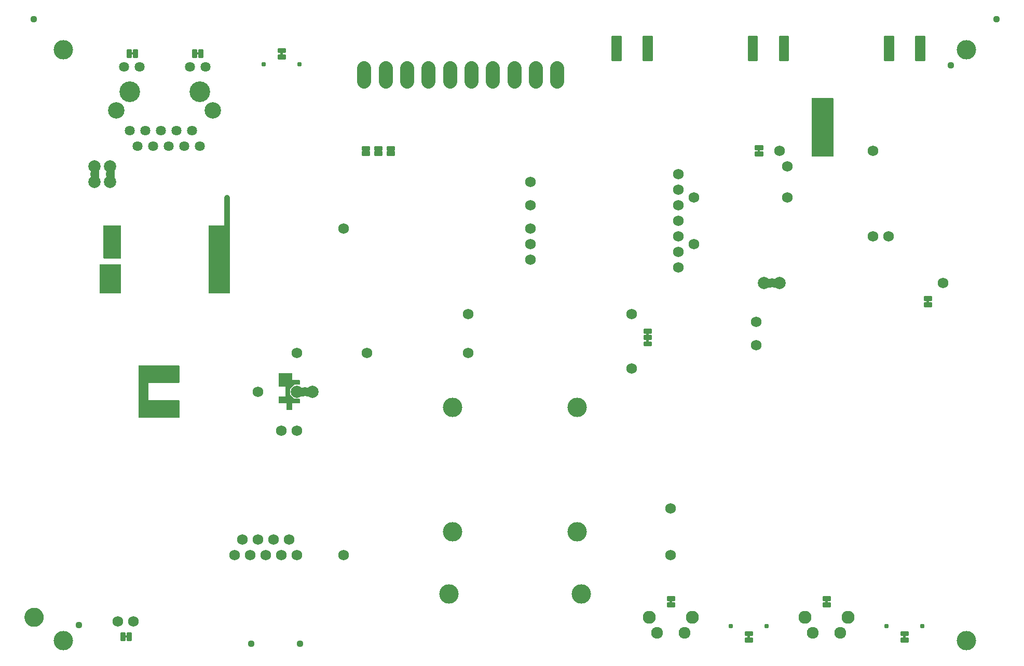
<source format=gbs>
G04 EAGLE Gerber RS-274X export*
G75*
%MOMM*%
%FSLAX34Y34*%
%LPD*%
%INSoldermask Bottom*%
%IPPOS*%
%AMOC8*
5,1,8,0,0,1.08239X$1,22.5*%
G01*
%ADD10C,0.965200*%
%ADD11C,1.127000*%
%ADD12C,3.175000*%
%ADD13C,0.777000*%
%ADD14C,0.228344*%
%ADD15C,1.727000*%
%ADD16C,0.227778*%
%ADD17C,3.377000*%
%ADD18C,2.677000*%
%ADD19C,1.627000*%
%ADD20C,0.228600*%
%ADD21C,2.006600*%
%ADD22C,1.927000*%
%ADD23C,2.127000*%
%ADD24C,2.327000*%
%ADD25C,1.270000*%

G36*
X210243Y388883D02*
X210243Y388883D01*
X210301Y388881D01*
X210383Y388903D01*
X210467Y388915D01*
X210520Y388939D01*
X210576Y388953D01*
X210649Y388996D01*
X210726Y389031D01*
X210771Y389069D01*
X210821Y389099D01*
X210879Y389160D01*
X210943Y389215D01*
X210975Y389263D01*
X211015Y389306D01*
X211054Y389381D01*
X211101Y389451D01*
X211118Y389507D01*
X211145Y389559D01*
X211156Y389627D01*
X211186Y389722D01*
X211189Y389822D01*
X211200Y389890D01*
X211200Y416560D01*
X211192Y416618D01*
X211194Y416676D01*
X211172Y416758D01*
X211160Y416842D01*
X211137Y416895D01*
X211122Y416951D01*
X211079Y417024D01*
X211044Y417101D01*
X211006Y417146D01*
X210977Y417196D01*
X210915Y417254D01*
X210861Y417318D01*
X210812Y417350D01*
X210769Y417390D01*
X210694Y417429D01*
X210624Y417476D01*
X210568Y417493D01*
X210516Y417520D01*
X210448Y417531D01*
X210353Y417561D01*
X210253Y417564D01*
X210185Y417575D01*
X160400Y417575D01*
X160400Y446025D01*
X210185Y446025D01*
X210243Y446033D01*
X210301Y446031D01*
X210383Y446053D01*
X210467Y446065D01*
X210520Y446089D01*
X210576Y446103D01*
X210649Y446146D01*
X210726Y446181D01*
X210771Y446219D01*
X210821Y446249D01*
X210879Y446310D01*
X210943Y446365D01*
X210975Y446413D01*
X211015Y446456D01*
X211054Y446531D01*
X211101Y446601D01*
X211118Y446657D01*
X211145Y446709D01*
X211156Y446777D01*
X211186Y446872D01*
X211189Y446972D01*
X211200Y447040D01*
X211200Y473710D01*
X211192Y473768D01*
X211194Y473826D01*
X211172Y473908D01*
X211160Y473992D01*
X211137Y474045D01*
X211122Y474101D01*
X211079Y474174D01*
X211044Y474251D01*
X211006Y474296D01*
X210977Y474346D01*
X210915Y474404D01*
X210861Y474468D01*
X210812Y474500D01*
X210769Y474540D01*
X210694Y474579D01*
X210624Y474626D01*
X210568Y474643D01*
X210516Y474670D01*
X210448Y474681D01*
X210353Y474711D01*
X210253Y474714D01*
X210185Y474725D01*
X145415Y474725D01*
X145357Y474717D01*
X145299Y474719D01*
X145217Y474697D01*
X145134Y474685D01*
X145080Y474662D01*
X145024Y474647D01*
X144951Y474604D01*
X144874Y474569D01*
X144829Y474531D01*
X144779Y474502D01*
X144721Y474440D01*
X144657Y474386D01*
X144625Y474337D01*
X144585Y474294D01*
X144546Y474219D01*
X144500Y474149D01*
X144482Y474093D01*
X144455Y474041D01*
X144444Y473973D01*
X144414Y473878D01*
X144411Y473778D01*
X144400Y473710D01*
X144400Y389890D01*
X144408Y389832D01*
X144406Y389774D01*
X144428Y389692D01*
X144440Y389609D01*
X144464Y389555D01*
X144478Y389499D01*
X144521Y389426D01*
X144556Y389349D01*
X144594Y389304D01*
X144624Y389254D01*
X144685Y389196D01*
X144740Y389132D01*
X144788Y389100D01*
X144831Y389060D01*
X144906Y389021D01*
X144976Y388975D01*
X145032Y388957D01*
X145084Y388930D01*
X145152Y388919D01*
X145247Y388889D01*
X145347Y388886D01*
X145415Y388875D01*
X210185Y388875D01*
X210243Y388883D01*
G37*
G36*
X292793Y592083D02*
X292793Y592083D01*
X292851Y592081D01*
X292933Y592103D01*
X293017Y592115D01*
X293070Y592139D01*
X293126Y592153D01*
X293199Y592196D01*
X293276Y592231D01*
X293321Y592269D01*
X293371Y592299D01*
X293429Y592360D01*
X293493Y592415D01*
X293525Y592463D01*
X293565Y592506D01*
X293604Y592581D01*
X293651Y592651D01*
X293668Y592707D01*
X293695Y592759D01*
X293706Y592827D01*
X293736Y592922D01*
X293739Y593022D01*
X293750Y593090D01*
X293750Y702310D01*
X293742Y702368D01*
X293744Y702426D01*
X293722Y702508D01*
X293710Y702592D01*
X293687Y702645D01*
X293672Y702701D01*
X293629Y702774D01*
X293594Y702851D01*
X293556Y702896D01*
X293527Y702946D01*
X293465Y703004D01*
X293411Y703068D01*
X293362Y703100D01*
X293319Y703140D01*
X293244Y703179D01*
X293174Y703226D01*
X293118Y703243D01*
X293066Y703270D01*
X292998Y703281D01*
X292903Y703311D01*
X292803Y703314D01*
X292735Y703325D01*
X259715Y703325D01*
X259657Y703317D01*
X259599Y703319D01*
X259517Y703297D01*
X259434Y703285D01*
X259380Y703262D01*
X259324Y703247D01*
X259251Y703204D01*
X259174Y703169D01*
X259129Y703131D01*
X259079Y703102D01*
X259021Y703040D01*
X258957Y702986D01*
X258925Y702937D01*
X258885Y702894D01*
X258846Y702819D01*
X258800Y702749D01*
X258782Y702693D01*
X258755Y702641D01*
X258744Y702573D01*
X258714Y702478D01*
X258711Y702378D01*
X258700Y702310D01*
X258700Y593090D01*
X258708Y593032D01*
X258706Y592974D01*
X258728Y592892D01*
X258740Y592809D01*
X258764Y592755D01*
X258778Y592699D01*
X258821Y592626D01*
X258856Y592549D01*
X258894Y592504D01*
X258924Y592454D01*
X258985Y592396D01*
X259040Y592332D01*
X259088Y592300D01*
X259131Y592260D01*
X259206Y592221D01*
X259276Y592175D01*
X259332Y592157D01*
X259384Y592130D01*
X259452Y592119D01*
X259547Y592089D01*
X259647Y592086D01*
X259715Y592075D01*
X292735Y592075D01*
X292793Y592083D01*
G37*
G36*
X1277043Y815603D02*
X1277043Y815603D01*
X1277101Y815601D01*
X1277183Y815623D01*
X1277267Y815635D01*
X1277320Y815659D01*
X1277376Y815673D01*
X1277449Y815716D01*
X1277526Y815751D01*
X1277571Y815789D01*
X1277621Y815819D01*
X1277679Y815880D01*
X1277743Y815935D01*
X1277775Y815983D01*
X1277815Y816026D01*
X1277854Y816101D01*
X1277901Y816171D01*
X1277918Y816227D01*
X1277945Y816279D01*
X1277956Y816347D01*
X1277986Y816442D01*
X1277989Y816542D01*
X1278000Y816610D01*
X1278000Y910590D01*
X1277992Y910648D01*
X1277994Y910706D01*
X1277972Y910788D01*
X1277960Y910872D01*
X1277937Y910925D01*
X1277922Y910981D01*
X1277879Y911054D01*
X1277844Y911131D01*
X1277806Y911176D01*
X1277777Y911226D01*
X1277715Y911284D01*
X1277661Y911348D01*
X1277612Y911380D01*
X1277569Y911420D01*
X1277494Y911459D01*
X1277424Y911506D01*
X1277368Y911523D01*
X1277316Y911550D01*
X1277248Y911561D01*
X1277153Y911591D01*
X1277053Y911594D01*
X1276985Y911605D01*
X1243965Y911605D01*
X1243907Y911597D01*
X1243849Y911599D01*
X1243767Y911577D01*
X1243684Y911565D01*
X1243630Y911542D01*
X1243574Y911527D01*
X1243501Y911484D01*
X1243424Y911449D01*
X1243379Y911411D01*
X1243329Y911382D01*
X1243271Y911320D01*
X1243207Y911266D01*
X1243175Y911217D01*
X1243135Y911174D01*
X1243096Y911099D01*
X1243050Y911029D01*
X1243032Y910973D01*
X1243005Y910921D01*
X1242994Y910853D01*
X1242964Y910758D01*
X1242961Y910658D01*
X1242950Y910590D01*
X1242950Y816610D01*
X1242958Y816552D01*
X1242956Y816494D01*
X1242978Y816412D01*
X1242990Y816329D01*
X1243014Y816275D01*
X1243028Y816219D01*
X1243071Y816146D01*
X1243106Y816069D01*
X1243144Y816024D01*
X1243174Y815974D01*
X1243235Y815916D01*
X1243290Y815852D01*
X1243338Y815820D01*
X1243381Y815780D01*
X1243456Y815741D01*
X1243526Y815695D01*
X1243582Y815677D01*
X1243634Y815650D01*
X1243702Y815639D01*
X1243797Y815609D01*
X1243897Y815606D01*
X1243965Y815595D01*
X1276985Y815595D01*
X1277043Y815603D01*
G37*
G36*
X114993Y592083D02*
X114993Y592083D01*
X115051Y592081D01*
X115133Y592103D01*
X115217Y592115D01*
X115270Y592139D01*
X115326Y592153D01*
X115399Y592196D01*
X115476Y592231D01*
X115521Y592269D01*
X115571Y592299D01*
X115629Y592360D01*
X115693Y592415D01*
X115725Y592463D01*
X115765Y592506D01*
X115804Y592581D01*
X115851Y592651D01*
X115868Y592707D01*
X115895Y592759D01*
X115906Y592827D01*
X115936Y592922D01*
X115939Y593022D01*
X115950Y593090D01*
X115950Y638810D01*
X115943Y638863D01*
X115944Y638893D01*
X115943Y638896D01*
X115944Y638926D01*
X115922Y639008D01*
X115910Y639092D01*
X115887Y639145D01*
X115872Y639201D01*
X115829Y639274D01*
X115794Y639351D01*
X115756Y639396D01*
X115727Y639446D01*
X115665Y639504D01*
X115611Y639568D01*
X115562Y639600D01*
X115519Y639640D01*
X115444Y639679D01*
X115374Y639726D01*
X115318Y639743D01*
X115266Y639770D01*
X115198Y639781D01*
X115103Y639811D01*
X115003Y639814D01*
X114935Y639825D01*
X81915Y639825D01*
X81857Y639817D01*
X81799Y639819D01*
X81717Y639797D01*
X81634Y639785D01*
X81580Y639762D01*
X81524Y639747D01*
X81451Y639704D01*
X81374Y639669D01*
X81329Y639631D01*
X81279Y639602D01*
X81221Y639540D01*
X81157Y639486D01*
X81125Y639437D01*
X81085Y639394D01*
X81046Y639319D01*
X81000Y639249D01*
X80982Y639193D01*
X80955Y639141D01*
X80944Y639073D01*
X80914Y638978D01*
X80911Y638878D01*
X80900Y638810D01*
X80900Y593090D01*
X80908Y593032D01*
X80906Y592974D01*
X80928Y592892D01*
X80940Y592809D01*
X80964Y592755D01*
X80978Y592699D01*
X81021Y592626D01*
X81056Y592549D01*
X81094Y592504D01*
X81124Y592454D01*
X81185Y592396D01*
X81240Y592332D01*
X81288Y592300D01*
X81331Y592260D01*
X81406Y592221D01*
X81476Y592175D01*
X81532Y592157D01*
X81584Y592130D01*
X81652Y592119D01*
X81747Y592089D01*
X81847Y592086D01*
X81915Y592075D01*
X114935Y592075D01*
X114993Y592083D01*
G37*
G36*
X114993Y649233D02*
X114993Y649233D01*
X115051Y649231D01*
X115133Y649253D01*
X115217Y649265D01*
X115270Y649289D01*
X115326Y649303D01*
X115399Y649346D01*
X115476Y649381D01*
X115521Y649419D01*
X115571Y649449D01*
X115629Y649510D01*
X115693Y649565D01*
X115725Y649613D01*
X115765Y649656D01*
X115804Y649731D01*
X115851Y649801D01*
X115868Y649857D01*
X115895Y649909D01*
X115906Y649977D01*
X115936Y650072D01*
X115939Y650172D01*
X115950Y650240D01*
X115950Y702310D01*
X115942Y702368D01*
X115944Y702426D01*
X115922Y702508D01*
X115910Y702592D01*
X115887Y702645D01*
X115872Y702701D01*
X115829Y702774D01*
X115794Y702851D01*
X115756Y702896D01*
X115727Y702946D01*
X115665Y703004D01*
X115611Y703068D01*
X115562Y703100D01*
X115519Y703140D01*
X115444Y703179D01*
X115374Y703226D01*
X115318Y703243D01*
X115266Y703270D01*
X115198Y703281D01*
X115103Y703311D01*
X115003Y703314D01*
X114935Y703325D01*
X88265Y703325D01*
X88207Y703317D01*
X88149Y703319D01*
X88067Y703297D01*
X87984Y703285D01*
X87930Y703262D01*
X87874Y703247D01*
X87801Y703204D01*
X87724Y703169D01*
X87679Y703131D01*
X87629Y703102D01*
X87571Y703040D01*
X87507Y702986D01*
X87475Y702937D01*
X87435Y702894D01*
X87396Y702819D01*
X87350Y702749D01*
X87332Y702693D01*
X87305Y702641D01*
X87294Y702573D01*
X87264Y702478D01*
X87261Y702378D01*
X87250Y702310D01*
X87250Y650240D01*
X87258Y650182D01*
X87256Y650124D01*
X87278Y650042D01*
X87290Y649959D01*
X87314Y649905D01*
X87328Y649849D01*
X87371Y649776D01*
X87406Y649699D01*
X87444Y649654D01*
X87474Y649604D01*
X87535Y649546D01*
X87590Y649482D01*
X87638Y649450D01*
X87681Y649410D01*
X87756Y649371D01*
X87826Y649325D01*
X87882Y649307D01*
X87934Y649280D01*
X88002Y649269D01*
X88097Y649239D01*
X88197Y649236D01*
X88265Y649225D01*
X114935Y649225D01*
X114993Y649233D01*
G37*
G36*
X394393Y401583D02*
X394393Y401583D01*
X394451Y401581D01*
X394533Y401603D01*
X394617Y401615D01*
X394670Y401639D01*
X394726Y401653D01*
X394799Y401696D01*
X394876Y401731D01*
X394921Y401769D01*
X394971Y401799D01*
X395029Y401860D01*
X395093Y401915D01*
X395125Y401963D01*
X395165Y402006D01*
X395204Y402081D01*
X395251Y402151D01*
X395268Y402207D01*
X395295Y402259D01*
X395306Y402327D01*
X395336Y402422D01*
X395339Y402522D01*
X395350Y402590D01*
X395350Y413005D01*
X407035Y413005D01*
X407093Y413013D01*
X407151Y413011D01*
X407233Y413033D01*
X407317Y413045D01*
X407370Y413069D01*
X407426Y413083D01*
X407499Y413126D01*
X407576Y413161D01*
X407621Y413199D01*
X407671Y413229D01*
X407729Y413290D01*
X407793Y413345D01*
X407825Y413393D01*
X407865Y413436D01*
X407904Y413511D01*
X407951Y413581D01*
X407968Y413637D01*
X407995Y413689D01*
X408006Y413757D01*
X408036Y413852D01*
X408039Y413952D01*
X408050Y414020D01*
X408050Y419100D01*
X408042Y419158D01*
X408044Y419216D01*
X408022Y419298D01*
X408010Y419382D01*
X407987Y419435D01*
X407972Y419491D01*
X407929Y419564D01*
X407894Y419641D01*
X407856Y419686D01*
X407827Y419736D01*
X407765Y419794D01*
X407711Y419858D01*
X407662Y419890D01*
X407619Y419930D01*
X407544Y419969D01*
X407474Y420016D01*
X407418Y420033D01*
X407366Y420060D01*
X407298Y420071D01*
X407203Y420101D01*
X407103Y420104D01*
X407035Y420115D01*
X398566Y420115D01*
X391540Y427141D01*
X391540Y436460D01*
X398566Y443485D01*
X407035Y443485D01*
X407093Y443493D01*
X407151Y443491D01*
X407233Y443513D01*
X407317Y443525D01*
X407370Y443549D01*
X407426Y443563D01*
X407499Y443606D01*
X407576Y443641D01*
X407621Y443679D01*
X407671Y443709D01*
X407729Y443770D01*
X407793Y443825D01*
X407825Y443873D01*
X407865Y443916D01*
X407904Y443991D01*
X407951Y444061D01*
X407968Y444117D01*
X407995Y444169D01*
X408006Y444237D01*
X408036Y444332D01*
X408039Y444432D01*
X408050Y444500D01*
X408050Y449580D01*
X408042Y449638D01*
X408044Y449696D01*
X408022Y449778D01*
X408010Y449862D01*
X407987Y449915D01*
X407972Y449971D01*
X407929Y450044D01*
X407894Y450121D01*
X407856Y450166D01*
X407827Y450216D01*
X407765Y450274D01*
X407711Y450338D01*
X407662Y450370D01*
X407619Y450410D01*
X407544Y450449D01*
X407474Y450496D01*
X407418Y450513D01*
X407366Y450540D01*
X407298Y450551D01*
X407203Y450581D01*
X407103Y450584D01*
X407035Y450595D01*
X395350Y450595D01*
X395350Y461010D01*
X395342Y461068D01*
X395344Y461126D01*
X395322Y461208D01*
X395310Y461292D01*
X395287Y461345D01*
X395272Y461401D01*
X395229Y461474D01*
X395194Y461551D01*
X395156Y461596D01*
X395127Y461646D01*
X395065Y461704D01*
X395011Y461768D01*
X394962Y461800D01*
X394919Y461840D01*
X394844Y461879D01*
X394774Y461926D01*
X394718Y461943D01*
X394666Y461970D01*
X394598Y461981D01*
X394503Y462011D01*
X394403Y462014D01*
X394335Y462025D01*
X374015Y462025D01*
X373957Y462017D01*
X373899Y462019D01*
X373817Y461997D01*
X373734Y461985D01*
X373680Y461962D01*
X373624Y461947D01*
X373551Y461904D01*
X373474Y461869D01*
X373429Y461831D01*
X373379Y461802D01*
X373321Y461740D01*
X373257Y461686D01*
X373225Y461637D01*
X373185Y461594D01*
X373146Y461519D01*
X373100Y461449D01*
X373082Y461393D01*
X373055Y461341D01*
X373044Y461273D01*
X373014Y461178D01*
X373011Y461078D01*
X373000Y461010D01*
X373000Y440690D01*
X373008Y440632D01*
X373006Y440574D01*
X373028Y440492D01*
X373040Y440409D01*
X373064Y440355D01*
X373078Y440299D01*
X373121Y440226D01*
X373156Y440149D01*
X373194Y440104D01*
X373224Y440054D01*
X373285Y439996D01*
X373340Y439932D01*
X373388Y439900D01*
X373431Y439860D01*
X373506Y439821D01*
X373576Y439775D01*
X373632Y439757D01*
X373684Y439730D01*
X373752Y439719D01*
X373847Y439689D01*
X373947Y439686D01*
X374015Y439675D01*
X384430Y439675D01*
X384430Y423925D01*
X374015Y423925D01*
X373957Y423917D01*
X373899Y423919D01*
X373817Y423897D01*
X373734Y423885D01*
X373680Y423862D01*
X373624Y423847D01*
X373551Y423804D01*
X373474Y423769D01*
X373429Y423731D01*
X373379Y423702D01*
X373321Y423640D01*
X373257Y423586D01*
X373225Y423537D01*
X373185Y423494D01*
X373146Y423419D01*
X373100Y423349D01*
X373082Y423293D01*
X373055Y423241D01*
X373044Y423173D01*
X373014Y423078D01*
X373011Y422978D01*
X373000Y422910D01*
X373000Y414020D01*
X373008Y413962D01*
X373006Y413904D01*
X373028Y413822D01*
X373040Y413739D01*
X373064Y413685D01*
X373078Y413629D01*
X373121Y413556D01*
X373156Y413479D01*
X373194Y413434D01*
X373224Y413384D01*
X373285Y413326D01*
X373340Y413262D01*
X373388Y413230D01*
X373431Y413190D01*
X373506Y413151D01*
X373576Y413105D01*
X373632Y413087D01*
X373684Y413060D01*
X373752Y413049D01*
X373847Y413019D01*
X373947Y413016D01*
X374015Y413005D01*
X385700Y413005D01*
X385700Y402590D01*
X385708Y402532D01*
X385706Y402474D01*
X385728Y402392D01*
X385740Y402309D01*
X385764Y402255D01*
X385778Y402199D01*
X385821Y402126D01*
X385856Y402049D01*
X385894Y402004D01*
X385924Y401954D01*
X385985Y401896D01*
X386040Y401832D01*
X386088Y401800D01*
X386131Y401760D01*
X386206Y401721D01*
X386276Y401675D01*
X386332Y401657D01*
X386384Y401630D01*
X386452Y401619D01*
X386547Y401589D01*
X386647Y401586D01*
X386715Y401575D01*
X394335Y401575D01*
X394393Y401583D01*
G37*
G36*
X105094Y784872D02*
X105094Y784872D01*
X105160Y784874D01*
X105203Y784892D01*
X105250Y784900D01*
X105307Y784934D01*
X105367Y784959D01*
X105402Y784990D01*
X105443Y785015D01*
X105485Y785066D01*
X105533Y785110D01*
X105555Y785152D01*
X105584Y785189D01*
X105605Y785251D01*
X105636Y785310D01*
X105644Y785364D01*
X105656Y785401D01*
X105655Y785441D01*
X105663Y785495D01*
X105663Y789305D01*
X105652Y789370D01*
X105650Y789436D01*
X105632Y789479D01*
X105624Y789526D01*
X105590Y789583D01*
X105565Y789643D01*
X105534Y789678D01*
X105509Y789719D01*
X105458Y789761D01*
X105414Y789809D01*
X105372Y789831D01*
X105335Y789860D01*
X105273Y789881D01*
X105214Y789912D01*
X105160Y789920D01*
X105123Y789932D01*
X105083Y789931D01*
X105029Y789939D01*
X91821Y789939D01*
X91756Y789928D01*
X91690Y789926D01*
X91647Y789908D01*
X91600Y789900D01*
X91543Y789866D01*
X91483Y789841D01*
X91448Y789810D01*
X91407Y789785D01*
X91366Y789734D01*
X91317Y789690D01*
X91295Y789648D01*
X91266Y789611D01*
X91245Y789549D01*
X91214Y789490D01*
X91206Y789436D01*
X91194Y789399D01*
X91194Y789395D01*
X91194Y789394D01*
X91195Y789359D01*
X91187Y789305D01*
X91187Y785495D01*
X91198Y785430D01*
X91200Y785364D01*
X91218Y785321D01*
X91226Y785274D01*
X91260Y785217D01*
X91285Y785157D01*
X91316Y785122D01*
X91341Y785081D01*
X91392Y785040D01*
X91436Y784991D01*
X91478Y784969D01*
X91515Y784940D01*
X91577Y784919D01*
X91636Y784888D01*
X91690Y784880D01*
X91727Y784868D01*
X91767Y784869D01*
X91821Y784861D01*
X105029Y784861D01*
X105094Y784872D01*
G37*
G36*
X79694Y784872D02*
X79694Y784872D01*
X79760Y784874D01*
X79803Y784892D01*
X79850Y784900D01*
X79907Y784934D01*
X79967Y784959D01*
X80002Y784990D01*
X80043Y785015D01*
X80085Y785066D01*
X80133Y785110D01*
X80155Y785152D01*
X80184Y785189D01*
X80205Y785251D01*
X80236Y785310D01*
X80244Y785364D01*
X80256Y785401D01*
X80255Y785441D01*
X80263Y785495D01*
X80263Y789305D01*
X80252Y789370D01*
X80250Y789436D01*
X80232Y789479D01*
X80224Y789526D01*
X80190Y789583D01*
X80165Y789643D01*
X80134Y789678D01*
X80109Y789719D01*
X80058Y789761D01*
X80014Y789809D01*
X79972Y789831D01*
X79935Y789860D01*
X79873Y789881D01*
X79814Y789912D01*
X79760Y789920D01*
X79723Y789932D01*
X79683Y789931D01*
X79629Y789939D01*
X66421Y789939D01*
X66356Y789928D01*
X66290Y789926D01*
X66247Y789908D01*
X66200Y789900D01*
X66143Y789866D01*
X66083Y789841D01*
X66048Y789810D01*
X66007Y789785D01*
X65966Y789734D01*
X65917Y789690D01*
X65895Y789648D01*
X65866Y789611D01*
X65845Y789549D01*
X65814Y789490D01*
X65806Y789436D01*
X65794Y789399D01*
X65794Y789395D01*
X65794Y789394D01*
X65795Y789359D01*
X65787Y789305D01*
X65787Y785495D01*
X65798Y785430D01*
X65800Y785364D01*
X65818Y785321D01*
X65826Y785274D01*
X65860Y785217D01*
X65885Y785157D01*
X65916Y785122D01*
X65941Y785081D01*
X65992Y785040D01*
X66036Y784991D01*
X66078Y784969D01*
X66115Y784940D01*
X66177Y784919D01*
X66236Y784888D01*
X66290Y784880D01*
X66327Y784868D01*
X66367Y784869D01*
X66421Y784861D01*
X79629Y784861D01*
X79694Y784872D01*
G37*
G36*
X1179895Y602373D02*
X1179895Y602373D01*
X1179961Y602375D01*
X1180004Y602393D01*
X1180051Y602401D01*
X1180108Y602435D01*
X1180168Y602460D01*
X1180203Y602491D01*
X1180244Y602516D01*
X1180286Y602567D01*
X1180334Y602611D01*
X1180356Y602653D01*
X1180385Y602690D01*
X1180406Y602752D01*
X1180437Y602811D01*
X1180445Y602865D01*
X1180457Y602902D01*
X1180456Y602942D01*
X1180464Y602996D01*
X1180464Y616204D01*
X1180453Y616269D01*
X1180451Y616335D01*
X1180433Y616378D01*
X1180425Y616425D01*
X1180391Y616482D01*
X1180366Y616542D01*
X1180335Y616577D01*
X1180310Y616618D01*
X1180259Y616660D01*
X1180215Y616708D01*
X1180173Y616730D01*
X1180136Y616759D01*
X1180074Y616780D01*
X1180015Y616811D01*
X1179961Y616819D01*
X1179924Y616831D01*
X1179884Y616830D01*
X1179830Y616838D01*
X1176020Y616838D01*
X1175955Y616827D01*
X1175889Y616825D01*
X1175846Y616807D01*
X1175799Y616799D01*
X1175742Y616765D01*
X1175682Y616740D01*
X1175647Y616709D01*
X1175606Y616684D01*
X1175565Y616633D01*
X1175516Y616589D01*
X1175494Y616547D01*
X1175465Y616510D01*
X1175444Y616448D01*
X1175413Y616389D01*
X1175405Y616335D01*
X1175393Y616298D01*
X1175394Y616258D01*
X1175386Y616204D01*
X1175386Y602996D01*
X1175397Y602931D01*
X1175399Y602865D01*
X1175417Y602822D01*
X1175425Y602775D01*
X1175459Y602718D01*
X1175484Y602658D01*
X1175515Y602623D01*
X1175540Y602582D01*
X1175591Y602541D01*
X1175635Y602492D01*
X1175677Y602470D01*
X1175714Y602441D01*
X1175776Y602420D01*
X1175835Y602389D01*
X1175889Y602381D01*
X1175926Y602369D01*
X1175966Y602370D01*
X1176020Y602362D01*
X1179830Y602362D01*
X1179895Y602373D01*
G37*
G36*
X417895Y424573D02*
X417895Y424573D01*
X417961Y424575D01*
X418004Y424593D01*
X418051Y424601D01*
X418108Y424635D01*
X418168Y424660D01*
X418203Y424691D01*
X418244Y424716D01*
X418286Y424767D01*
X418334Y424811D01*
X418356Y424853D01*
X418385Y424890D01*
X418406Y424952D01*
X418437Y425011D01*
X418445Y425065D01*
X418457Y425102D01*
X418456Y425142D01*
X418464Y425196D01*
X418464Y438404D01*
X418453Y438469D01*
X418451Y438535D01*
X418433Y438578D01*
X418425Y438625D01*
X418391Y438682D01*
X418366Y438742D01*
X418335Y438777D01*
X418310Y438818D01*
X418259Y438860D01*
X418215Y438908D01*
X418173Y438930D01*
X418136Y438959D01*
X418074Y438980D01*
X418015Y439011D01*
X417961Y439019D01*
X417924Y439031D01*
X417884Y439030D01*
X417830Y439038D01*
X414020Y439038D01*
X413955Y439027D01*
X413889Y439025D01*
X413846Y439007D01*
X413799Y438999D01*
X413742Y438965D01*
X413682Y438940D01*
X413647Y438909D01*
X413606Y438884D01*
X413565Y438833D01*
X413516Y438789D01*
X413494Y438747D01*
X413465Y438710D01*
X413444Y438648D01*
X413413Y438589D01*
X413405Y438535D01*
X413393Y438498D01*
X413394Y438458D01*
X413386Y438404D01*
X413386Y425196D01*
X413397Y425131D01*
X413399Y425065D01*
X413417Y425022D01*
X413425Y424975D01*
X413459Y424918D01*
X413484Y424858D01*
X413515Y424823D01*
X413540Y424782D01*
X413591Y424741D01*
X413635Y424692D01*
X413677Y424670D01*
X413714Y424641D01*
X413776Y424620D01*
X413835Y424589D01*
X413889Y424581D01*
X413926Y424569D01*
X413966Y424570D01*
X414020Y424562D01*
X417830Y424562D01*
X417895Y424573D01*
G37*
G36*
X1268160Y86372D02*
X1268160Y86372D01*
X1268226Y86374D01*
X1268269Y86392D01*
X1268316Y86400D01*
X1268373Y86434D01*
X1268433Y86459D01*
X1268468Y86490D01*
X1268509Y86515D01*
X1268551Y86566D01*
X1268599Y86610D01*
X1268621Y86652D01*
X1268650Y86689D01*
X1268671Y86751D01*
X1268702Y86810D01*
X1268710Y86864D01*
X1268722Y86901D01*
X1268721Y86941D01*
X1268729Y86995D01*
X1268729Y90805D01*
X1268718Y90870D01*
X1268716Y90936D01*
X1268698Y90979D01*
X1268690Y91026D01*
X1268656Y91083D01*
X1268631Y91143D01*
X1268600Y91178D01*
X1268575Y91219D01*
X1268524Y91261D01*
X1268480Y91309D01*
X1268438Y91331D01*
X1268401Y91360D01*
X1268339Y91381D01*
X1268280Y91412D01*
X1268226Y91420D01*
X1268189Y91432D01*
X1268149Y91431D01*
X1268095Y91439D01*
X1265555Y91439D01*
X1265490Y91428D01*
X1265424Y91426D01*
X1265381Y91408D01*
X1265334Y91400D01*
X1265277Y91366D01*
X1265217Y91341D01*
X1265182Y91310D01*
X1265141Y91285D01*
X1265100Y91234D01*
X1265051Y91190D01*
X1265029Y91148D01*
X1265000Y91111D01*
X1264979Y91049D01*
X1264948Y90990D01*
X1264940Y90936D01*
X1264928Y90899D01*
X1264928Y90895D01*
X1264928Y90894D01*
X1264929Y90859D01*
X1264921Y90805D01*
X1264921Y86995D01*
X1264932Y86930D01*
X1264934Y86864D01*
X1264952Y86821D01*
X1264960Y86774D01*
X1264994Y86717D01*
X1265019Y86657D01*
X1265050Y86622D01*
X1265075Y86581D01*
X1265126Y86540D01*
X1265170Y86491D01*
X1265212Y86469D01*
X1265249Y86440D01*
X1265311Y86419D01*
X1265370Y86388D01*
X1265424Y86380D01*
X1265461Y86368D01*
X1265501Y86369D01*
X1265555Y86361D01*
X1268095Y86361D01*
X1268160Y86372D01*
G37*
G36*
X1014160Y86372D02*
X1014160Y86372D01*
X1014226Y86374D01*
X1014269Y86392D01*
X1014316Y86400D01*
X1014373Y86434D01*
X1014433Y86459D01*
X1014468Y86490D01*
X1014509Y86515D01*
X1014551Y86566D01*
X1014599Y86610D01*
X1014621Y86652D01*
X1014650Y86689D01*
X1014671Y86751D01*
X1014702Y86810D01*
X1014710Y86864D01*
X1014722Y86901D01*
X1014721Y86941D01*
X1014729Y86995D01*
X1014729Y90805D01*
X1014718Y90870D01*
X1014716Y90936D01*
X1014698Y90979D01*
X1014690Y91026D01*
X1014656Y91083D01*
X1014631Y91143D01*
X1014600Y91178D01*
X1014575Y91219D01*
X1014524Y91261D01*
X1014480Y91309D01*
X1014438Y91331D01*
X1014401Y91360D01*
X1014339Y91381D01*
X1014280Y91412D01*
X1014226Y91420D01*
X1014189Y91432D01*
X1014149Y91431D01*
X1014095Y91439D01*
X1011555Y91439D01*
X1011490Y91428D01*
X1011424Y91426D01*
X1011381Y91408D01*
X1011334Y91400D01*
X1011277Y91366D01*
X1011217Y91341D01*
X1011182Y91310D01*
X1011141Y91285D01*
X1011100Y91234D01*
X1011051Y91190D01*
X1011029Y91148D01*
X1011000Y91111D01*
X1010979Y91049D01*
X1010948Y90990D01*
X1010940Y90936D01*
X1010928Y90899D01*
X1010928Y90895D01*
X1010928Y90894D01*
X1010929Y90859D01*
X1010921Y90805D01*
X1010921Y86995D01*
X1010932Y86930D01*
X1010934Y86864D01*
X1010952Y86821D01*
X1010960Y86774D01*
X1010994Y86717D01*
X1011019Y86657D01*
X1011050Y86622D01*
X1011075Y86581D01*
X1011126Y86540D01*
X1011170Y86491D01*
X1011212Y86469D01*
X1011249Y86440D01*
X1011311Y86419D01*
X1011370Y86388D01*
X1011424Y86380D01*
X1011461Y86368D01*
X1011501Y86369D01*
X1011555Y86361D01*
X1014095Y86361D01*
X1014160Y86372D01*
G37*
G36*
X379160Y981722D02*
X379160Y981722D01*
X379226Y981724D01*
X379269Y981742D01*
X379316Y981750D01*
X379373Y981784D01*
X379433Y981809D01*
X379468Y981840D01*
X379509Y981865D01*
X379551Y981916D01*
X379599Y981960D01*
X379621Y982002D01*
X379650Y982039D01*
X379671Y982101D01*
X379702Y982160D01*
X379710Y982214D01*
X379722Y982251D01*
X379721Y982291D01*
X379729Y982345D01*
X379729Y986155D01*
X379718Y986220D01*
X379716Y986286D01*
X379698Y986329D01*
X379690Y986376D01*
X379656Y986433D01*
X379631Y986493D01*
X379600Y986528D01*
X379575Y986569D01*
X379524Y986611D01*
X379480Y986659D01*
X379438Y986681D01*
X379401Y986710D01*
X379339Y986731D01*
X379280Y986762D01*
X379226Y986770D01*
X379189Y986782D01*
X379149Y986781D01*
X379095Y986789D01*
X376555Y986789D01*
X376490Y986778D01*
X376424Y986776D01*
X376381Y986758D01*
X376334Y986750D01*
X376277Y986716D01*
X376217Y986691D01*
X376182Y986660D01*
X376141Y986635D01*
X376100Y986584D01*
X376051Y986540D01*
X376029Y986498D01*
X376000Y986461D01*
X375979Y986399D01*
X375948Y986340D01*
X375940Y986286D01*
X375928Y986249D01*
X375928Y986245D01*
X375928Y986244D01*
X375929Y986209D01*
X375921Y986155D01*
X375921Y982345D01*
X375932Y982280D01*
X375934Y982214D01*
X375952Y982171D01*
X375960Y982124D01*
X375994Y982067D01*
X376019Y982007D01*
X376050Y981972D01*
X376075Y981931D01*
X376126Y981890D01*
X376170Y981841D01*
X376212Y981819D01*
X376249Y981790D01*
X376311Y981769D01*
X376370Y981738D01*
X376424Y981730D01*
X376461Y981718D01*
X376501Y981719D01*
X376555Y981711D01*
X379095Y981711D01*
X379160Y981722D01*
G37*
G36*
X1157670Y822972D02*
X1157670Y822972D01*
X1157736Y822974D01*
X1157779Y822992D01*
X1157826Y823000D01*
X1157883Y823034D01*
X1157943Y823059D01*
X1157978Y823090D01*
X1158019Y823115D01*
X1158061Y823166D01*
X1158109Y823210D01*
X1158131Y823252D01*
X1158160Y823289D01*
X1158181Y823351D01*
X1158212Y823410D01*
X1158220Y823464D01*
X1158232Y823501D01*
X1158231Y823541D01*
X1158239Y823595D01*
X1158239Y827405D01*
X1158228Y827470D01*
X1158226Y827536D01*
X1158208Y827579D01*
X1158200Y827626D01*
X1158166Y827683D01*
X1158141Y827743D01*
X1158110Y827778D01*
X1158085Y827819D01*
X1158034Y827861D01*
X1157990Y827909D01*
X1157948Y827931D01*
X1157911Y827960D01*
X1157849Y827981D01*
X1157790Y828012D01*
X1157736Y828020D01*
X1157699Y828032D01*
X1157659Y828031D01*
X1157605Y828039D01*
X1155065Y828039D01*
X1155000Y828028D01*
X1154934Y828026D01*
X1154891Y828008D01*
X1154844Y828000D01*
X1154787Y827966D01*
X1154727Y827941D01*
X1154692Y827910D01*
X1154651Y827885D01*
X1154610Y827834D01*
X1154561Y827790D01*
X1154539Y827748D01*
X1154510Y827711D01*
X1154489Y827649D01*
X1154458Y827590D01*
X1154450Y827536D01*
X1154438Y827499D01*
X1154438Y827495D01*
X1154438Y827494D01*
X1154439Y827459D01*
X1154431Y827405D01*
X1154431Y823595D01*
X1154442Y823530D01*
X1154444Y823464D01*
X1154462Y823421D01*
X1154470Y823374D01*
X1154504Y823317D01*
X1154529Y823257D01*
X1154560Y823222D01*
X1154585Y823181D01*
X1154636Y823140D01*
X1154680Y823091D01*
X1154722Y823069D01*
X1154759Y823040D01*
X1154821Y823019D01*
X1154880Y822988D01*
X1154934Y822980D01*
X1154971Y822968D01*
X1155011Y822969D01*
X1155065Y822961D01*
X1157605Y822961D01*
X1157670Y822972D01*
G37*
G36*
X1433260Y576592D02*
X1433260Y576592D01*
X1433326Y576594D01*
X1433369Y576612D01*
X1433416Y576620D01*
X1433473Y576654D01*
X1433533Y576679D01*
X1433568Y576710D01*
X1433609Y576735D01*
X1433651Y576786D01*
X1433699Y576830D01*
X1433721Y576872D01*
X1433750Y576909D01*
X1433771Y576971D01*
X1433802Y577030D01*
X1433810Y577084D01*
X1433822Y577121D01*
X1433821Y577161D01*
X1433829Y577215D01*
X1433829Y581025D01*
X1433818Y581090D01*
X1433816Y581156D01*
X1433798Y581199D01*
X1433790Y581246D01*
X1433756Y581303D01*
X1433731Y581363D01*
X1433700Y581398D01*
X1433675Y581439D01*
X1433624Y581481D01*
X1433580Y581529D01*
X1433538Y581551D01*
X1433501Y581580D01*
X1433439Y581601D01*
X1433380Y581632D01*
X1433326Y581640D01*
X1433289Y581652D01*
X1433249Y581651D01*
X1433195Y581659D01*
X1430655Y581659D01*
X1430590Y581648D01*
X1430524Y581646D01*
X1430481Y581628D01*
X1430434Y581620D01*
X1430377Y581586D01*
X1430317Y581561D01*
X1430282Y581530D01*
X1430241Y581505D01*
X1430200Y581454D01*
X1430151Y581410D01*
X1430129Y581368D01*
X1430100Y581331D01*
X1430079Y581269D01*
X1430048Y581210D01*
X1430040Y581156D01*
X1430028Y581119D01*
X1430028Y581115D01*
X1430028Y581114D01*
X1430029Y581079D01*
X1430021Y581025D01*
X1430021Y577215D01*
X1430032Y577150D01*
X1430034Y577084D01*
X1430052Y577041D01*
X1430060Y576994D01*
X1430094Y576937D01*
X1430119Y576877D01*
X1430150Y576842D01*
X1430175Y576801D01*
X1430226Y576760D01*
X1430270Y576711D01*
X1430312Y576689D01*
X1430349Y576660D01*
X1430411Y576639D01*
X1430470Y576608D01*
X1430524Y576600D01*
X1430561Y576588D01*
X1430601Y576589D01*
X1430655Y576581D01*
X1433195Y576581D01*
X1433260Y576592D01*
G37*
G36*
X976060Y523252D02*
X976060Y523252D01*
X976126Y523254D01*
X976169Y523272D01*
X976216Y523280D01*
X976273Y523314D01*
X976333Y523339D01*
X976368Y523370D01*
X976409Y523395D01*
X976451Y523446D01*
X976499Y523490D01*
X976521Y523532D01*
X976550Y523569D01*
X976571Y523631D01*
X976602Y523690D01*
X976610Y523744D01*
X976622Y523781D01*
X976621Y523821D01*
X976629Y523875D01*
X976629Y527685D01*
X976618Y527750D01*
X976616Y527816D01*
X976598Y527859D01*
X976590Y527906D01*
X976556Y527963D01*
X976531Y528023D01*
X976500Y528058D01*
X976475Y528099D01*
X976424Y528141D01*
X976380Y528189D01*
X976338Y528211D01*
X976301Y528240D01*
X976239Y528261D01*
X976180Y528292D01*
X976126Y528300D01*
X976089Y528312D01*
X976049Y528311D01*
X975995Y528319D01*
X973455Y528319D01*
X973390Y528308D01*
X973324Y528306D01*
X973281Y528288D01*
X973234Y528280D01*
X973177Y528246D01*
X973117Y528221D01*
X973082Y528190D01*
X973041Y528165D01*
X973000Y528114D01*
X972951Y528070D01*
X972929Y528028D01*
X972900Y527991D01*
X972879Y527929D01*
X972848Y527870D01*
X972840Y527816D01*
X972828Y527779D01*
X972828Y527775D01*
X972828Y527774D01*
X972829Y527739D01*
X972821Y527685D01*
X972821Y523875D01*
X972832Y523810D01*
X972834Y523744D01*
X972852Y523701D01*
X972860Y523654D01*
X972894Y523597D01*
X972919Y523537D01*
X972950Y523502D01*
X972975Y523461D01*
X973026Y523420D01*
X973070Y523371D01*
X973112Y523349D01*
X973149Y523320D01*
X973211Y523299D01*
X973270Y523268D01*
X973324Y523260D01*
X973361Y523248D01*
X973401Y523249D01*
X973455Y523241D01*
X975995Y523241D01*
X976060Y523252D01*
G37*
G36*
X976060Y513092D02*
X976060Y513092D01*
X976126Y513094D01*
X976169Y513112D01*
X976216Y513120D01*
X976273Y513154D01*
X976333Y513179D01*
X976368Y513210D01*
X976409Y513235D01*
X976451Y513286D01*
X976499Y513330D01*
X976521Y513372D01*
X976550Y513409D01*
X976571Y513471D01*
X976602Y513530D01*
X976610Y513584D01*
X976622Y513621D01*
X976621Y513661D01*
X976629Y513715D01*
X976629Y517525D01*
X976618Y517590D01*
X976616Y517656D01*
X976598Y517699D01*
X976590Y517746D01*
X976556Y517803D01*
X976531Y517863D01*
X976500Y517898D01*
X976475Y517939D01*
X976424Y517981D01*
X976380Y518029D01*
X976338Y518051D01*
X976301Y518080D01*
X976239Y518101D01*
X976180Y518132D01*
X976126Y518140D01*
X976089Y518152D01*
X976049Y518151D01*
X975995Y518159D01*
X973455Y518159D01*
X973390Y518148D01*
X973324Y518146D01*
X973281Y518128D01*
X973234Y518120D01*
X973177Y518086D01*
X973117Y518061D01*
X973082Y518030D01*
X973041Y518005D01*
X973000Y517954D01*
X972951Y517910D01*
X972929Y517868D01*
X972900Y517831D01*
X972879Y517769D01*
X972848Y517710D01*
X972840Y517656D01*
X972828Y517619D01*
X972828Y517615D01*
X972828Y517614D01*
X972829Y517579D01*
X972821Y517525D01*
X972821Y513715D01*
X972832Y513650D01*
X972834Y513584D01*
X972852Y513541D01*
X972860Y513494D01*
X972894Y513437D01*
X972919Y513377D01*
X972950Y513342D01*
X972975Y513301D01*
X973026Y513260D01*
X973070Y513211D01*
X973112Y513189D01*
X973149Y513160D01*
X973211Y513139D01*
X973270Y513108D01*
X973324Y513100D01*
X973361Y513088D01*
X973401Y513089D01*
X973455Y513081D01*
X975995Y513081D01*
X976060Y513092D01*
G37*
G36*
X1395160Y29222D02*
X1395160Y29222D01*
X1395226Y29224D01*
X1395269Y29242D01*
X1395316Y29250D01*
X1395373Y29284D01*
X1395433Y29309D01*
X1395468Y29340D01*
X1395509Y29365D01*
X1395551Y29416D01*
X1395599Y29460D01*
X1395621Y29502D01*
X1395650Y29539D01*
X1395671Y29601D01*
X1395702Y29660D01*
X1395710Y29714D01*
X1395722Y29751D01*
X1395721Y29791D01*
X1395729Y29845D01*
X1395729Y33655D01*
X1395718Y33720D01*
X1395716Y33786D01*
X1395698Y33829D01*
X1395690Y33876D01*
X1395656Y33933D01*
X1395631Y33993D01*
X1395600Y34028D01*
X1395575Y34069D01*
X1395524Y34111D01*
X1395480Y34159D01*
X1395438Y34181D01*
X1395401Y34210D01*
X1395339Y34231D01*
X1395280Y34262D01*
X1395226Y34270D01*
X1395189Y34282D01*
X1395149Y34281D01*
X1395095Y34289D01*
X1392555Y34289D01*
X1392490Y34278D01*
X1392424Y34276D01*
X1392381Y34258D01*
X1392334Y34250D01*
X1392277Y34216D01*
X1392217Y34191D01*
X1392182Y34160D01*
X1392141Y34135D01*
X1392100Y34084D01*
X1392051Y34040D01*
X1392029Y33998D01*
X1392000Y33961D01*
X1391979Y33899D01*
X1391948Y33840D01*
X1391940Y33786D01*
X1391928Y33749D01*
X1391928Y33745D01*
X1391928Y33744D01*
X1391929Y33709D01*
X1391921Y33655D01*
X1391921Y29845D01*
X1391932Y29780D01*
X1391934Y29714D01*
X1391952Y29671D01*
X1391960Y29624D01*
X1391994Y29567D01*
X1392019Y29507D01*
X1392050Y29472D01*
X1392075Y29431D01*
X1392126Y29390D01*
X1392170Y29341D01*
X1392212Y29319D01*
X1392249Y29290D01*
X1392311Y29269D01*
X1392370Y29238D01*
X1392424Y29230D01*
X1392461Y29218D01*
X1392501Y29219D01*
X1392555Y29211D01*
X1395095Y29211D01*
X1395160Y29222D01*
G37*
G36*
X1141160Y29222D02*
X1141160Y29222D01*
X1141226Y29224D01*
X1141269Y29242D01*
X1141316Y29250D01*
X1141373Y29284D01*
X1141433Y29309D01*
X1141468Y29340D01*
X1141509Y29365D01*
X1141551Y29416D01*
X1141599Y29460D01*
X1141621Y29502D01*
X1141650Y29539D01*
X1141671Y29601D01*
X1141702Y29660D01*
X1141710Y29714D01*
X1141722Y29751D01*
X1141721Y29791D01*
X1141729Y29845D01*
X1141729Y33655D01*
X1141718Y33720D01*
X1141716Y33786D01*
X1141698Y33829D01*
X1141690Y33876D01*
X1141656Y33933D01*
X1141631Y33993D01*
X1141600Y34028D01*
X1141575Y34069D01*
X1141524Y34111D01*
X1141480Y34159D01*
X1141438Y34181D01*
X1141401Y34210D01*
X1141339Y34231D01*
X1141280Y34262D01*
X1141226Y34270D01*
X1141189Y34282D01*
X1141149Y34281D01*
X1141095Y34289D01*
X1138555Y34289D01*
X1138490Y34278D01*
X1138424Y34276D01*
X1138381Y34258D01*
X1138334Y34250D01*
X1138277Y34216D01*
X1138217Y34191D01*
X1138182Y34160D01*
X1138141Y34135D01*
X1138100Y34084D01*
X1138051Y34040D01*
X1138029Y33998D01*
X1138000Y33961D01*
X1137979Y33899D01*
X1137948Y33840D01*
X1137940Y33786D01*
X1137928Y33749D01*
X1137928Y33745D01*
X1137928Y33744D01*
X1137929Y33709D01*
X1137921Y33655D01*
X1137921Y29845D01*
X1137932Y29780D01*
X1137934Y29714D01*
X1137952Y29671D01*
X1137960Y29624D01*
X1137994Y29567D01*
X1138019Y29507D01*
X1138050Y29472D01*
X1138075Y29431D01*
X1138126Y29390D01*
X1138170Y29341D01*
X1138212Y29319D01*
X1138249Y29290D01*
X1138311Y29269D01*
X1138370Y29238D01*
X1138424Y29230D01*
X1138461Y29218D01*
X1138501Y29219D01*
X1138555Y29211D01*
X1141095Y29211D01*
X1141160Y29222D01*
G37*
G36*
X135955Y982357D02*
X135955Y982357D01*
X136021Y982359D01*
X136064Y982377D01*
X136111Y982385D01*
X136168Y982419D01*
X136228Y982444D01*
X136263Y982475D01*
X136304Y982500D01*
X136346Y982551D01*
X136394Y982595D01*
X136416Y982637D01*
X136445Y982674D01*
X136466Y982736D01*
X136497Y982795D01*
X136505Y982849D01*
X136517Y982886D01*
X136516Y982926D01*
X136524Y982980D01*
X136524Y985520D01*
X136513Y985585D01*
X136511Y985651D01*
X136493Y985694D01*
X136485Y985741D01*
X136451Y985798D01*
X136426Y985858D01*
X136395Y985893D01*
X136370Y985934D01*
X136319Y985976D01*
X136275Y986024D01*
X136233Y986046D01*
X136196Y986075D01*
X136134Y986096D01*
X136075Y986127D01*
X136021Y986135D01*
X135984Y986147D01*
X135944Y986146D01*
X135890Y986154D01*
X132080Y986154D01*
X132015Y986143D01*
X131949Y986141D01*
X131906Y986123D01*
X131859Y986115D01*
X131802Y986081D01*
X131742Y986056D01*
X131707Y986025D01*
X131666Y986000D01*
X131625Y985949D01*
X131576Y985905D01*
X131554Y985863D01*
X131525Y985826D01*
X131504Y985764D01*
X131473Y985705D01*
X131465Y985651D01*
X131453Y985614D01*
X131453Y985611D01*
X131454Y985574D01*
X131446Y985520D01*
X131446Y982980D01*
X131457Y982915D01*
X131459Y982849D01*
X131477Y982806D01*
X131485Y982759D01*
X131519Y982702D01*
X131544Y982642D01*
X131575Y982607D01*
X131600Y982566D01*
X131651Y982525D01*
X131695Y982476D01*
X131737Y982454D01*
X131774Y982425D01*
X131836Y982404D01*
X131895Y982373D01*
X131949Y982365D01*
X131986Y982353D01*
X132026Y982354D01*
X132080Y982346D01*
X135890Y982346D01*
X135955Y982357D01*
G37*
G36*
X242635Y982357D02*
X242635Y982357D01*
X242701Y982359D01*
X242744Y982377D01*
X242791Y982385D01*
X242848Y982419D01*
X242908Y982444D01*
X242943Y982475D01*
X242984Y982500D01*
X243026Y982551D01*
X243074Y982595D01*
X243096Y982637D01*
X243125Y982674D01*
X243146Y982736D01*
X243177Y982795D01*
X243185Y982849D01*
X243197Y982886D01*
X243196Y982926D01*
X243204Y982980D01*
X243204Y985520D01*
X243193Y985585D01*
X243191Y985651D01*
X243173Y985694D01*
X243165Y985741D01*
X243131Y985798D01*
X243106Y985858D01*
X243075Y985893D01*
X243050Y985934D01*
X242999Y985976D01*
X242955Y986024D01*
X242913Y986046D01*
X242876Y986075D01*
X242814Y986096D01*
X242755Y986127D01*
X242701Y986135D01*
X242664Y986147D01*
X242624Y986146D01*
X242570Y986154D01*
X238760Y986154D01*
X238695Y986143D01*
X238629Y986141D01*
X238586Y986123D01*
X238539Y986115D01*
X238482Y986081D01*
X238422Y986056D01*
X238387Y986025D01*
X238346Y986000D01*
X238305Y985949D01*
X238256Y985905D01*
X238234Y985863D01*
X238205Y985826D01*
X238184Y985764D01*
X238153Y985705D01*
X238145Y985651D01*
X238133Y985614D01*
X238133Y985611D01*
X238134Y985574D01*
X238126Y985520D01*
X238126Y982980D01*
X238137Y982915D01*
X238139Y982849D01*
X238157Y982806D01*
X238165Y982759D01*
X238199Y982702D01*
X238224Y982642D01*
X238255Y982607D01*
X238280Y982566D01*
X238331Y982525D01*
X238375Y982476D01*
X238417Y982454D01*
X238454Y982425D01*
X238516Y982404D01*
X238575Y982373D01*
X238629Y982365D01*
X238666Y982353D01*
X238706Y982354D01*
X238760Y982346D01*
X242570Y982346D01*
X242635Y982357D01*
G37*
G36*
X125795Y29857D02*
X125795Y29857D01*
X125861Y29859D01*
X125904Y29877D01*
X125951Y29885D01*
X126008Y29919D01*
X126068Y29944D01*
X126103Y29975D01*
X126144Y30000D01*
X126186Y30051D01*
X126234Y30095D01*
X126256Y30137D01*
X126285Y30174D01*
X126306Y30236D01*
X126337Y30295D01*
X126345Y30349D01*
X126357Y30386D01*
X126356Y30426D01*
X126364Y30480D01*
X126364Y33020D01*
X126353Y33085D01*
X126351Y33151D01*
X126333Y33194D01*
X126325Y33241D01*
X126291Y33298D01*
X126266Y33358D01*
X126235Y33393D01*
X126210Y33434D01*
X126159Y33476D01*
X126115Y33524D01*
X126073Y33546D01*
X126036Y33575D01*
X125974Y33596D01*
X125915Y33627D01*
X125861Y33635D01*
X125824Y33647D01*
X125784Y33646D01*
X125730Y33654D01*
X121920Y33654D01*
X121855Y33643D01*
X121789Y33641D01*
X121746Y33623D01*
X121699Y33615D01*
X121642Y33581D01*
X121582Y33556D01*
X121547Y33525D01*
X121506Y33500D01*
X121465Y33449D01*
X121416Y33405D01*
X121394Y33363D01*
X121365Y33326D01*
X121344Y33264D01*
X121313Y33205D01*
X121305Y33151D01*
X121293Y33114D01*
X121293Y33111D01*
X121294Y33074D01*
X121286Y33020D01*
X121286Y30480D01*
X121297Y30415D01*
X121299Y30349D01*
X121317Y30306D01*
X121325Y30259D01*
X121359Y30202D01*
X121384Y30142D01*
X121415Y30107D01*
X121440Y30066D01*
X121491Y30025D01*
X121535Y29976D01*
X121577Y29954D01*
X121614Y29925D01*
X121676Y29904D01*
X121735Y29873D01*
X121789Y29865D01*
X121826Y29853D01*
X121866Y29854D01*
X121920Y29846D01*
X125730Y29846D01*
X125795Y29857D01*
G37*
D10*
X288925Y749300D02*
X288925Y698500D01*
D11*
X47625Y50800D03*
X1470025Y965200D03*
D12*
X1495425Y25400D03*
X1495425Y990600D03*
X22225Y990600D03*
D13*
X1110925Y49050D03*
X1168725Y49050D03*
D11*
X408325Y20320D03*
X328325Y20320D03*
D14*
X1133981Y34161D02*
X1133981Y39753D01*
X1145669Y39753D01*
X1145669Y34161D01*
X1133981Y34161D01*
X1133981Y36330D02*
X1145669Y36330D01*
X1145669Y38499D02*
X1133981Y38499D01*
X1133981Y29339D02*
X1133981Y23747D01*
X1133981Y29339D02*
X1145669Y29339D01*
X1145669Y23747D01*
X1133981Y23747D01*
X1133981Y25916D02*
X1145669Y25916D01*
X1145669Y28085D02*
X1133981Y28085D01*
X980569Y507490D02*
X980569Y513082D01*
X980569Y507490D02*
X968881Y507490D01*
X968881Y513082D01*
X980569Y513082D01*
X980569Y509659D02*
X968881Y509659D01*
X968881Y511828D02*
X980569Y511828D01*
X980569Y517904D02*
X980569Y523496D01*
X980569Y517904D02*
X968881Y517904D01*
X968881Y523496D01*
X980569Y523496D01*
X980569Y520073D02*
X968881Y520073D01*
X968881Y522242D02*
X980569Y522242D01*
X980569Y528318D02*
X980569Y533910D01*
X980569Y528318D02*
X968881Y528318D01*
X968881Y533910D01*
X980569Y533910D01*
X980569Y530487D02*
X968881Y530487D01*
X968881Y532656D02*
X980569Y532656D01*
D15*
X301625Y165100D03*
X517525Y495300D03*
D12*
X22225Y25400D03*
D15*
X1025525Y685800D03*
D16*
X1361429Y973644D02*
X1375421Y973644D01*
X1361429Y973644D02*
X1361429Y1012636D01*
X1375421Y1012636D01*
X1375421Y973644D01*
X1375421Y975808D02*
X1361429Y975808D01*
X1361429Y977972D02*
X1375421Y977972D01*
X1375421Y980136D02*
X1361429Y980136D01*
X1361429Y982300D02*
X1375421Y982300D01*
X1375421Y984464D02*
X1361429Y984464D01*
X1361429Y986628D02*
X1375421Y986628D01*
X1375421Y988792D02*
X1361429Y988792D01*
X1361429Y990956D02*
X1375421Y990956D01*
X1375421Y993120D02*
X1361429Y993120D01*
X1361429Y995284D02*
X1375421Y995284D01*
X1375421Y997448D02*
X1361429Y997448D01*
X1361429Y999612D02*
X1375421Y999612D01*
X1375421Y1001776D02*
X1361429Y1001776D01*
X1361429Y1003940D02*
X1375421Y1003940D01*
X1375421Y1006104D02*
X1361429Y1006104D01*
X1361429Y1008268D02*
X1375421Y1008268D01*
X1375421Y1010432D02*
X1361429Y1010432D01*
X1361429Y1012596D02*
X1375421Y1012596D01*
X1412229Y973644D02*
X1426221Y973644D01*
X1412229Y973644D02*
X1412229Y1012636D01*
X1426221Y1012636D01*
X1426221Y973644D01*
X1426221Y975808D02*
X1412229Y975808D01*
X1412229Y977972D02*
X1426221Y977972D01*
X1426221Y980136D02*
X1412229Y980136D01*
X1412229Y982300D02*
X1426221Y982300D01*
X1426221Y984464D02*
X1412229Y984464D01*
X1412229Y986628D02*
X1426221Y986628D01*
X1426221Y988792D02*
X1412229Y988792D01*
X1412229Y990956D02*
X1426221Y990956D01*
X1426221Y993120D02*
X1412229Y993120D01*
X1412229Y995284D02*
X1426221Y995284D01*
X1426221Y997448D02*
X1412229Y997448D01*
X1412229Y999612D02*
X1426221Y999612D01*
X1426221Y1001776D02*
X1412229Y1001776D01*
X1412229Y1003940D02*
X1426221Y1003940D01*
X1426221Y1006104D02*
X1412229Y1006104D01*
X1412229Y1008268D02*
X1426221Y1008268D01*
X1426221Y1010432D02*
X1412229Y1010432D01*
X1412229Y1012596D02*
X1426221Y1012596D01*
D15*
X1457325Y609600D03*
D13*
X1364925Y49050D03*
X1422725Y49050D03*
D14*
X1387981Y39753D02*
X1387981Y34161D01*
X1387981Y39753D02*
X1399669Y39753D01*
X1399669Y34161D01*
X1387981Y34161D01*
X1387981Y36330D02*
X1399669Y36330D01*
X1399669Y38499D02*
X1387981Y38499D01*
X1387981Y29339D02*
X1387981Y23747D01*
X1387981Y29339D02*
X1399669Y29339D01*
X1399669Y23747D01*
X1387981Y23747D01*
X1387981Y25916D02*
X1399669Y25916D01*
X1399669Y28085D02*
X1387981Y28085D01*
D16*
X930921Y973644D02*
X916929Y973644D01*
X916929Y1012636D01*
X930921Y1012636D01*
X930921Y973644D01*
X930921Y975808D02*
X916929Y975808D01*
X916929Y977972D02*
X930921Y977972D01*
X930921Y980136D02*
X916929Y980136D01*
X916929Y982300D02*
X930921Y982300D01*
X930921Y984464D02*
X916929Y984464D01*
X916929Y986628D02*
X930921Y986628D01*
X930921Y988792D02*
X916929Y988792D01*
X916929Y990956D02*
X930921Y990956D01*
X930921Y993120D02*
X916929Y993120D01*
X916929Y995284D02*
X930921Y995284D01*
X930921Y997448D02*
X916929Y997448D01*
X916929Y999612D02*
X930921Y999612D01*
X930921Y1001776D02*
X916929Y1001776D01*
X916929Y1003940D02*
X930921Y1003940D01*
X930921Y1006104D02*
X916929Y1006104D01*
X916929Y1008268D02*
X930921Y1008268D01*
X930921Y1010432D02*
X916929Y1010432D01*
X916929Y1012596D02*
X930921Y1012596D01*
X967729Y973644D02*
X981721Y973644D01*
X967729Y973644D02*
X967729Y1012636D01*
X981721Y1012636D01*
X981721Y973644D01*
X981721Y975808D02*
X967729Y975808D01*
X967729Y977972D02*
X981721Y977972D01*
X981721Y980136D02*
X967729Y980136D01*
X967729Y982300D02*
X981721Y982300D01*
X981721Y984464D02*
X967729Y984464D01*
X967729Y986628D02*
X981721Y986628D01*
X981721Y988792D02*
X967729Y988792D01*
X967729Y990956D02*
X981721Y990956D01*
X981721Y993120D02*
X967729Y993120D01*
X967729Y995284D02*
X981721Y995284D01*
X981721Y997448D02*
X967729Y997448D01*
X967729Y999612D02*
X981721Y999612D01*
X981721Y1001776D02*
X967729Y1001776D01*
X967729Y1003940D02*
X981721Y1003940D01*
X981721Y1006104D02*
X967729Y1006104D01*
X967729Y1008268D02*
X981721Y1008268D01*
X981721Y1010432D02*
X967729Y1010432D01*
X967729Y1012596D02*
X981721Y1012596D01*
D17*
X244475Y922020D03*
X130175Y922020D03*
D18*
X266075Y891520D03*
X108575Y891520D03*
D19*
X231775Y858520D03*
X219075Y833120D03*
X206375Y858520D03*
X193675Y833120D03*
X180975Y858520D03*
X168275Y833120D03*
X155575Y858520D03*
X142875Y833120D03*
X244475Y833120D03*
X130175Y858520D03*
X228225Y962620D03*
X146425Y962620D03*
X253625Y962620D03*
X121025Y962620D03*
D20*
X509143Y832231D02*
X509143Y826897D01*
X509143Y832231D02*
X520827Y832231D01*
X520827Y826897D01*
X509143Y826897D01*
X509143Y829069D02*
X520827Y829069D01*
X520827Y831241D02*
X509143Y831241D01*
X509143Y824103D02*
X509143Y818769D01*
X509143Y824103D02*
X520827Y824103D01*
X520827Y818769D01*
X509143Y818769D01*
X509143Y820941D02*
X520827Y820941D01*
X520827Y823113D02*
X509143Y823113D01*
X529463Y826897D02*
X529463Y832231D01*
X541147Y832231D01*
X541147Y826897D01*
X529463Y826897D01*
X529463Y829069D02*
X541147Y829069D01*
X541147Y831241D02*
X529463Y831241D01*
X529463Y824103D02*
X529463Y818769D01*
X529463Y824103D02*
X541147Y824103D01*
X541147Y818769D01*
X529463Y818769D01*
X529463Y820941D02*
X541147Y820941D01*
X541147Y823113D02*
X529463Y823113D01*
X549783Y826897D02*
X549783Y832231D01*
X561467Y832231D01*
X561467Y826897D01*
X549783Y826897D01*
X549783Y829069D02*
X561467Y829069D01*
X561467Y831241D02*
X549783Y831241D01*
X549783Y824103D02*
X549783Y818769D01*
X549783Y824103D02*
X561467Y824103D01*
X561467Y818769D01*
X549783Y818769D01*
X549783Y820941D02*
X561467Y820941D01*
X561467Y823113D02*
X549783Y823113D01*
D14*
X238254Y978406D02*
X232662Y978406D01*
X232662Y990094D01*
X238254Y990094D01*
X238254Y978406D01*
X238254Y980575D02*
X232662Y980575D01*
X232662Y982744D02*
X238254Y982744D01*
X238254Y984913D02*
X232662Y984913D01*
X232662Y987082D02*
X238254Y987082D01*
X238254Y989251D02*
X232662Y989251D01*
X243076Y978406D02*
X248668Y978406D01*
X243076Y978406D02*
X243076Y990094D01*
X248668Y990094D01*
X248668Y978406D01*
X248668Y980575D02*
X243076Y980575D01*
X243076Y982744D02*
X248668Y982744D01*
X248668Y984913D02*
X243076Y984913D01*
X243076Y987082D02*
X248668Y987082D01*
X248668Y989251D02*
X243076Y989251D01*
X131574Y978406D02*
X125982Y978406D01*
X125982Y990094D01*
X131574Y990094D01*
X131574Y978406D01*
X131574Y980575D02*
X125982Y980575D01*
X125982Y982744D02*
X131574Y982744D01*
X131574Y984913D02*
X125982Y984913D01*
X125982Y987082D02*
X131574Y987082D01*
X131574Y989251D02*
X125982Y989251D01*
X136396Y978406D02*
X141988Y978406D01*
X136396Y978406D02*
X136396Y990094D01*
X141988Y990094D01*
X141988Y978406D01*
X141988Y980575D02*
X136396Y980575D01*
X136396Y982744D02*
X141988Y982744D01*
X141988Y984913D02*
X136396Y984913D01*
X136396Y987082D02*
X141988Y987082D01*
X141988Y989251D02*
X136396Y989251D01*
D16*
X1139179Y973644D02*
X1153171Y973644D01*
X1139179Y973644D02*
X1139179Y1012636D01*
X1153171Y1012636D01*
X1153171Y973644D01*
X1153171Y975808D02*
X1139179Y975808D01*
X1139179Y977972D02*
X1153171Y977972D01*
X1153171Y980136D02*
X1139179Y980136D01*
X1139179Y982300D02*
X1153171Y982300D01*
X1153171Y984464D02*
X1139179Y984464D01*
X1139179Y986628D02*
X1153171Y986628D01*
X1153171Y988792D02*
X1139179Y988792D01*
X1139179Y990956D02*
X1153171Y990956D01*
X1153171Y993120D02*
X1139179Y993120D01*
X1139179Y995284D02*
X1153171Y995284D01*
X1153171Y997448D02*
X1139179Y997448D01*
X1139179Y999612D02*
X1153171Y999612D01*
X1153171Y1001776D02*
X1139179Y1001776D01*
X1139179Y1003940D02*
X1153171Y1003940D01*
X1153171Y1006104D02*
X1139179Y1006104D01*
X1139179Y1008268D02*
X1153171Y1008268D01*
X1153171Y1010432D02*
X1139179Y1010432D01*
X1139179Y1012596D02*
X1153171Y1012596D01*
X1189979Y973644D02*
X1203971Y973644D01*
X1189979Y973644D02*
X1189979Y1012636D01*
X1203971Y1012636D01*
X1203971Y973644D01*
X1203971Y975808D02*
X1189979Y975808D01*
X1189979Y977972D02*
X1203971Y977972D01*
X1203971Y980136D02*
X1189979Y980136D01*
X1189979Y982300D02*
X1203971Y982300D01*
X1203971Y984464D02*
X1189979Y984464D01*
X1189979Y986628D02*
X1203971Y986628D01*
X1203971Y988792D02*
X1189979Y988792D01*
X1189979Y990956D02*
X1203971Y990956D01*
X1203971Y993120D02*
X1189979Y993120D01*
X1189979Y995284D02*
X1203971Y995284D01*
X1203971Y997448D02*
X1189979Y997448D01*
X1189979Y999612D02*
X1203971Y999612D01*
X1203971Y1001776D02*
X1189979Y1001776D01*
X1189979Y1003940D02*
X1203971Y1003940D01*
X1203971Y1006104D02*
X1189979Y1006104D01*
X1189979Y1008268D02*
X1203971Y1008268D01*
X1203971Y1010432D02*
X1189979Y1010432D01*
X1189979Y1012596D02*
X1203971Y1012596D01*
D20*
X104267Y784987D02*
X104267Y779653D01*
X92583Y779653D01*
X92583Y784987D01*
X104267Y784987D01*
X104267Y781825D02*
X92583Y781825D01*
X92583Y783997D02*
X104267Y783997D01*
X104267Y789813D02*
X104267Y795147D01*
X104267Y789813D02*
X92583Y789813D01*
X92583Y795147D01*
X104267Y795147D01*
X104267Y791985D02*
X92583Y791985D01*
X92583Y794157D02*
X104267Y794157D01*
D21*
X98425Y774700D03*
X98425Y800100D03*
D20*
X78867Y784987D02*
X78867Y779653D01*
X67183Y779653D01*
X67183Y784987D01*
X78867Y784987D01*
X78867Y781825D02*
X67183Y781825D01*
X67183Y783997D02*
X78867Y783997D01*
X78867Y789813D02*
X78867Y795147D01*
X78867Y789813D02*
X67183Y789813D01*
X67183Y795147D01*
X78867Y795147D01*
X78867Y791985D02*
X67183Y791985D01*
X67183Y794157D02*
X78867Y794157D01*
D21*
X73025Y774700D03*
X73025Y800100D03*
D14*
X1426081Y587123D02*
X1426081Y581531D01*
X1426081Y587123D02*
X1437769Y587123D01*
X1437769Y581531D01*
X1426081Y581531D01*
X1426081Y583700D02*
X1437769Y583700D01*
X1437769Y585869D02*
X1426081Y585869D01*
X1426081Y576709D02*
X1426081Y571117D01*
X1426081Y576709D02*
X1437769Y576709D01*
X1437769Y571117D01*
X1426081Y571117D01*
X1426081Y573286D02*
X1437769Y573286D01*
X1437769Y575455D02*
X1426081Y575455D01*
X1162179Y817497D02*
X1162179Y823089D01*
X1162179Y817497D02*
X1150491Y817497D01*
X1150491Y823089D01*
X1162179Y823089D01*
X1162179Y819666D02*
X1150491Y819666D01*
X1150491Y821835D02*
X1162179Y821835D01*
X1162179Y827911D02*
X1162179Y833503D01*
X1162179Y827911D02*
X1150491Y827911D01*
X1150491Y833503D01*
X1162179Y833503D01*
X1162179Y830080D02*
X1150491Y830080D01*
X1150491Y832249D02*
X1162179Y832249D01*
D12*
X650875Y101600D03*
X866775Y101600D03*
D20*
X423672Y437642D02*
X418338Y437642D01*
X423672Y437642D02*
X423672Y425958D01*
X418338Y425958D01*
X418338Y437642D01*
X418338Y428130D02*
X423672Y428130D01*
X423672Y430302D02*
X418338Y430302D01*
X418338Y432474D02*
X423672Y432474D01*
X423672Y434646D02*
X418338Y434646D01*
X418338Y436818D02*
X423672Y436818D01*
X413512Y437642D02*
X408178Y437642D01*
X413512Y437642D02*
X413512Y425958D01*
X408178Y425958D01*
X408178Y437642D01*
X408178Y428130D02*
X413512Y428130D01*
X413512Y430302D02*
X408178Y430302D01*
X408178Y432474D02*
X413512Y432474D01*
X413512Y434646D02*
X408178Y434646D01*
X408178Y436818D02*
X413512Y436818D01*
D21*
X428625Y431800D03*
X403225Y431800D03*
D15*
X784225Y774700D03*
X1025525Y635000D03*
D12*
X860425Y203200D03*
X860425Y406400D03*
D15*
X682625Y495300D03*
X682625Y558800D03*
X1050925Y749300D03*
X1025525Y762000D03*
X479425Y698500D03*
X403225Y368300D03*
X377825Y368300D03*
X1368425Y685800D03*
X1343025Y685800D03*
X1343025Y825500D03*
X1203325Y800100D03*
X1203325Y749300D03*
X1025525Y787400D03*
X1025525Y711200D03*
X1025525Y736600D03*
X949325Y558800D03*
X949325Y469900D03*
X1190625Y825500D03*
X1152525Y508000D03*
X1152525Y546100D03*
X339725Y431800D03*
D12*
X657225Y203200D03*
X657225Y406400D03*
D13*
X406725Y966950D03*
X348925Y966950D03*
D14*
X383669Y976247D02*
X383669Y981839D01*
X383669Y976247D02*
X371981Y976247D01*
X371981Y981839D01*
X383669Y981839D01*
X383669Y978416D02*
X371981Y978416D01*
X371981Y980585D02*
X383669Y980585D01*
X383669Y986661D02*
X383669Y992253D01*
X383669Y986661D02*
X371981Y986661D01*
X371981Y992253D01*
X383669Y992253D01*
X383669Y988830D02*
X371981Y988830D01*
X371981Y990999D02*
X383669Y990999D01*
D15*
X403225Y495300D03*
X1012825Y241300D03*
X1012825Y165100D03*
X784225Y673100D03*
X784225Y736600D03*
X784225Y698500D03*
X784225Y647700D03*
D22*
X990325Y38100D03*
X1035325Y38100D03*
D23*
X977825Y63100D03*
X1047825Y63100D03*
D22*
X1244325Y38100D03*
X1289325Y38100D03*
D23*
X1231825Y63100D03*
X1301825Y63100D03*
D14*
X121414Y25906D02*
X115822Y25906D01*
X115822Y37594D01*
X121414Y37594D01*
X121414Y25906D01*
X121414Y28075D02*
X115822Y28075D01*
X115822Y30244D02*
X121414Y30244D01*
X121414Y32413D02*
X115822Y32413D01*
X115822Y34582D02*
X121414Y34582D01*
X121414Y36751D02*
X115822Y36751D01*
X126236Y25906D02*
X131828Y25906D01*
X126236Y25906D02*
X126236Y37594D01*
X131828Y37594D01*
X131828Y25906D01*
X131828Y28075D02*
X126236Y28075D01*
X126236Y30244D02*
X131828Y30244D01*
X131828Y32413D02*
X126236Y32413D01*
X126236Y34582D02*
X131828Y34582D01*
X131828Y36751D02*
X126236Y36751D01*
D15*
X111125Y56350D03*
X136525Y56350D03*
X1025525Y660400D03*
X1050925Y673100D03*
X377825Y165100D03*
X327025Y165100D03*
X314325Y190500D03*
X403225Y165100D03*
X390525Y190500D03*
X352425Y165100D03*
X339725Y190500D03*
X365125Y190500D03*
D14*
X1006981Y96903D02*
X1006981Y91311D01*
X1006981Y96903D02*
X1018669Y96903D01*
X1018669Y91311D01*
X1006981Y91311D01*
X1006981Y93480D02*
X1018669Y93480D01*
X1018669Y95649D02*
X1006981Y95649D01*
X1006981Y86489D02*
X1006981Y80897D01*
X1006981Y86489D02*
X1018669Y86489D01*
X1018669Y80897D01*
X1006981Y80897D01*
X1006981Y83066D02*
X1018669Y83066D01*
X1018669Y85235D02*
X1006981Y85235D01*
X1260981Y91311D02*
X1260981Y96903D01*
X1272669Y96903D01*
X1272669Y91311D01*
X1260981Y91311D01*
X1260981Y93480D02*
X1272669Y93480D01*
X1272669Y95649D02*
X1260981Y95649D01*
X1260981Y86489D02*
X1260981Y80897D01*
X1260981Y86489D02*
X1272669Y86489D01*
X1272669Y80897D01*
X1260981Y80897D01*
X1260981Y83066D02*
X1272669Y83066D01*
X1272669Y85235D02*
X1260981Y85235D01*
D24*
X827425Y938900D02*
X827425Y960900D01*
X792425Y960900D02*
X792425Y938900D01*
X757425Y938900D02*
X757425Y960900D01*
X722425Y960900D02*
X722425Y938900D01*
X687425Y938900D02*
X687425Y960900D01*
X652425Y960900D02*
X652425Y938900D01*
X617425Y938900D02*
X617425Y960900D01*
X582425Y960900D02*
X582425Y938900D01*
X547425Y938900D02*
X547425Y960900D01*
X512425Y960900D02*
X512425Y938900D01*
D20*
X1180338Y615442D02*
X1185672Y615442D01*
X1185672Y603758D01*
X1180338Y603758D01*
X1180338Y615442D01*
X1180338Y605930D02*
X1185672Y605930D01*
X1185672Y608102D02*
X1180338Y608102D01*
X1180338Y610274D02*
X1185672Y610274D01*
X1185672Y612446D02*
X1180338Y612446D01*
X1180338Y614618D02*
X1185672Y614618D01*
X1175512Y615442D02*
X1170178Y615442D01*
X1175512Y615442D02*
X1175512Y603758D01*
X1170178Y603758D01*
X1170178Y615442D01*
X1170178Y605930D02*
X1175512Y605930D01*
X1175512Y608102D02*
X1170178Y608102D01*
X1170178Y610274D02*
X1175512Y610274D01*
X1175512Y612446D02*
X1170178Y612446D01*
X1170178Y614618D02*
X1175512Y614618D01*
D21*
X1190625Y609600D03*
X1165225Y609600D03*
D15*
X479425Y165100D03*
D11*
X-26238Y1040130D03*
X1543888Y1040130D03*
D25*
X-35293Y63500D02*
X-35290Y63722D01*
X-35282Y63944D01*
X-35268Y64166D01*
X-35249Y64388D01*
X-35225Y64608D01*
X-35195Y64829D01*
X-35160Y65048D01*
X-35119Y65267D01*
X-35073Y65484D01*
X-35022Y65700D01*
X-34965Y65915D01*
X-34903Y66129D01*
X-34836Y66340D01*
X-34764Y66551D01*
X-34686Y66759D01*
X-34604Y66965D01*
X-34516Y67169D01*
X-34424Y67372D01*
X-34326Y67571D01*
X-34224Y67768D01*
X-34117Y67963D01*
X-34005Y68155D01*
X-33888Y68344D01*
X-33767Y68531D01*
X-33641Y68714D01*
X-33511Y68894D01*
X-33376Y69071D01*
X-33238Y69244D01*
X-33095Y69414D01*
X-32947Y69581D01*
X-32796Y69744D01*
X-32641Y69903D01*
X-32482Y70058D01*
X-32319Y70209D01*
X-32152Y70357D01*
X-31982Y70500D01*
X-31809Y70638D01*
X-31632Y70773D01*
X-31452Y70903D01*
X-31269Y71029D01*
X-31082Y71150D01*
X-30893Y71267D01*
X-30701Y71379D01*
X-30506Y71486D01*
X-30309Y71588D01*
X-30110Y71686D01*
X-29907Y71778D01*
X-29703Y71866D01*
X-29497Y71948D01*
X-29289Y72026D01*
X-29078Y72098D01*
X-28867Y72165D01*
X-28653Y72227D01*
X-28438Y72284D01*
X-28222Y72335D01*
X-28005Y72381D01*
X-27786Y72422D01*
X-27567Y72457D01*
X-27346Y72487D01*
X-27126Y72511D01*
X-26904Y72530D01*
X-26682Y72544D01*
X-26460Y72552D01*
X-26238Y72555D01*
X-26016Y72552D01*
X-25794Y72544D01*
X-25572Y72530D01*
X-25350Y72511D01*
X-25130Y72487D01*
X-24909Y72457D01*
X-24690Y72422D01*
X-24471Y72381D01*
X-24254Y72335D01*
X-24038Y72284D01*
X-23823Y72227D01*
X-23609Y72165D01*
X-23398Y72098D01*
X-23187Y72026D01*
X-22979Y71948D01*
X-22773Y71866D01*
X-22569Y71778D01*
X-22366Y71686D01*
X-22167Y71588D01*
X-21970Y71486D01*
X-21775Y71379D01*
X-21583Y71267D01*
X-21394Y71150D01*
X-21207Y71029D01*
X-21024Y70903D01*
X-20844Y70773D01*
X-20667Y70638D01*
X-20494Y70500D01*
X-20324Y70357D01*
X-20157Y70209D01*
X-19994Y70058D01*
X-19835Y69903D01*
X-19680Y69744D01*
X-19529Y69581D01*
X-19381Y69414D01*
X-19238Y69244D01*
X-19100Y69071D01*
X-18965Y68894D01*
X-18835Y68714D01*
X-18709Y68531D01*
X-18588Y68344D01*
X-18471Y68155D01*
X-18359Y67963D01*
X-18252Y67768D01*
X-18150Y67571D01*
X-18052Y67372D01*
X-17960Y67169D01*
X-17872Y66965D01*
X-17790Y66759D01*
X-17712Y66551D01*
X-17640Y66340D01*
X-17573Y66129D01*
X-17511Y65915D01*
X-17454Y65700D01*
X-17403Y65484D01*
X-17357Y65267D01*
X-17316Y65048D01*
X-17281Y64829D01*
X-17251Y64608D01*
X-17227Y64388D01*
X-17208Y64166D01*
X-17194Y63944D01*
X-17186Y63722D01*
X-17183Y63500D01*
X-17186Y63278D01*
X-17194Y63056D01*
X-17208Y62834D01*
X-17227Y62612D01*
X-17251Y62392D01*
X-17281Y62171D01*
X-17316Y61952D01*
X-17357Y61733D01*
X-17403Y61516D01*
X-17454Y61300D01*
X-17511Y61085D01*
X-17573Y60871D01*
X-17640Y60660D01*
X-17712Y60449D01*
X-17790Y60241D01*
X-17872Y60035D01*
X-17960Y59831D01*
X-18052Y59628D01*
X-18150Y59429D01*
X-18252Y59232D01*
X-18359Y59037D01*
X-18471Y58845D01*
X-18588Y58656D01*
X-18709Y58469D01*
X-18835Y58286D01*
X-18965Y58106D01*
X-19100Y57929D01*
X-19238Y57756D01*
X-19381Y57586D01*
X-19529Y57419D01*
X-19680Y57256D01*
X-19835Y57097D01*
X-19994Y56942D01*
X-20157Y56791D01*
X-20324Y56643D01*
X-20494Y56500D01*
X-20667Y56362D01*
X-20844Y56227D01*
X-21024Y56097D01*
X-21207Y55971D01*
X-21394Y55850D01*
X-21583Y55733D01*
X-21775Y55621D01*
X-21970Y55514D01*
X-22167Y55412D01*
X-22366Y55314D01*
X-22569Y55222D01*
X-22773Y55134D01*
X-22979Y55052D01*
X-23187Y54974D01*
X-23398Y54902D01*
X-23609Y54835D01*
X-23823Y54773D01*
X-24038Y54716D01*
X-24254Y54665D01*
X-24471Y54619D01*
X-24690Y54578D01*
X-24909Y54543D01*
X-25130Y54513D01*
X-25350Y54489D01*
X-25572Y54470D01*
X-25794Y54456D01*
X-26016Y54448D01*
X-26238Y54445D01*
X-26460Y54448D01*
X-26682Y54456D01*
X-26904Y54470D01*
X-27126Y54489D01*
X-27346Y54513D01*
X-27567Y54543D01*
X-27786Y54578D01*
X-28005Y54619D01*
X-28222Y54665D01*
X-28438Y54716D01*
X-28653Y54773D01*
X-28867Y54835D01*
X-29078Y54902D01*
X-29289Y54974D01*
X-29497Y55052D01*
X-29703Y55134D01*
X-29907Y55222D01*
X-30110Y55314D01*
X-30309Y55412D01*
X-30506Y55514D01*
X-30701Y55621D01*
X-30893Y55733D01*
X-31082Y55850D01*
X-31269Y55971D01*
X-31452Y56097D01*
X-31632Y56227D01*
X-31809Y56362D01*
X-31982Y56500D01*
X-32152Y56643D01*
X-32319Y56791D01*
X-32482Y56942D01*
X-32641Y57097D01*
X-32796Y57256D01*
X-32947Y57419D01*
X-33095Y57586D01*
X-33238Y57756D01*
X-33376Y57929D01*
X-33511Y58106D01*
X-33641Y58286D01*
X-33767Y58469D01*
X-33888Y58656D01*
X-34005Y58845D01*
X-34117Y59037D01*
X-34224Y59232D01*
X-34326Y59429D01*
X-34424Y59628D01*
X-34516Y59831D01*
X-34604Y60035D01*
X-34686Y60241D01*
X-34764Y60449D01*
X-34836Y60660D01*
X-34903Y60871D01*
X-34965Y61085D01*
X-35022Y61300D01*
X-35073Y61516D01*
X-35119Y61733D01*
X-35160Y61952D01*
X-35195Y62171D01*
X-35225Y62392D01*
X-35249Y62612D01*
X-35268Y62834D01*
X-35282Y63056D01*
X-35290Y63278D01*
X-35293Y63500D01*
D19*
X-26238Y63500D03*
M02*

</source>
